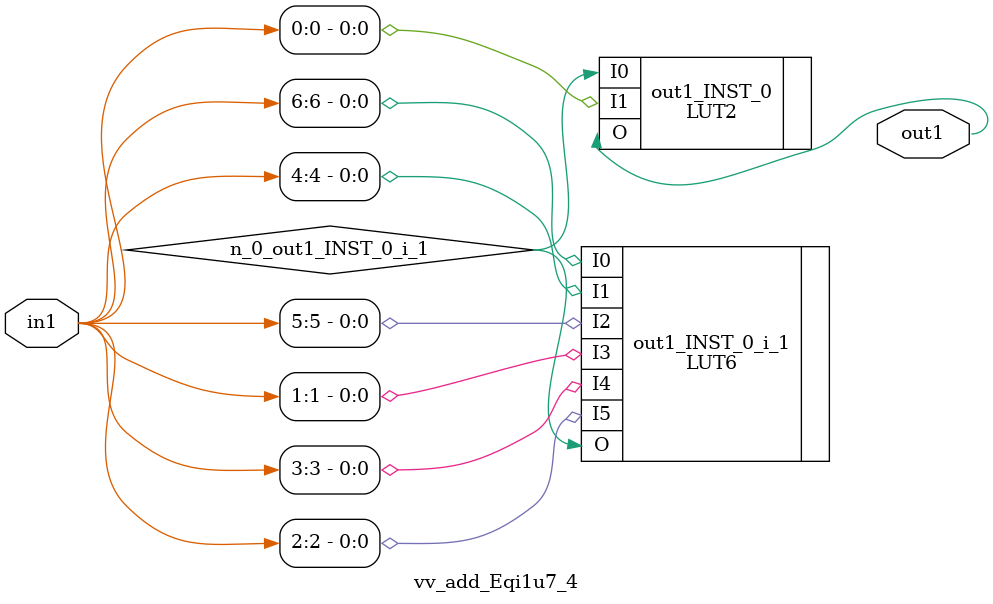
<source format=v>
`timescale 1 ps / 1 ps

(* STRUCTURAL_NETLIST = "yes" *)
module vv_add_Eqi1u7_4
   (in1,
    out1);
  input [6:0]in1;
  output out1;

  wire [6:0]in1;
  wire n_0_out1_INST_0_i_1;
  wire out1;

LUT2 #(
    .INIT(4'h8)) 
     out1_INST_0
       (.I0(n_0_out1_INST_0_i_1),
        .I1(in1[0]),
        .O(out1));
LUT6 #(
    .INIT(64'h0000000000000001)) 
     out1_INST_0_i_1
       (.I0(in1[6]),
        .I1(in1[4]),
        .I2(in1[5]),
        .I3(in1[1]),
        .I4(in1[3]),
        .I5(in1[2]),
        .O(n_0_out1_INST_0_i_1));
endmodule


</source>
